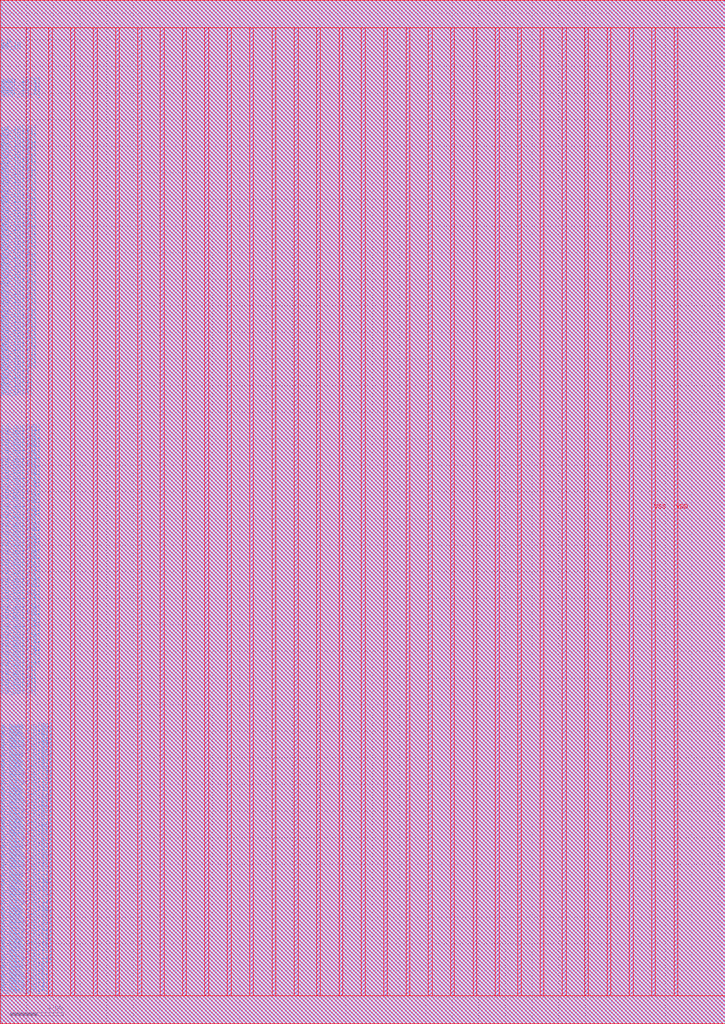
<source format=lef>
VERSION 5.7 ;
BUSBITCHARS "[]" ;
MACRO fakeram45_64x96
  FOREIGN fakeram45_64x96 0 0 ;
  SYMMETRY X Y R90 ;
  SIZE 54.530 BY 77.000 ;
  CLASS BLOCK ;
  PIN w_mask_in[0]
    DIRECTION INPUT ;
    USE SIGNAL ;
    SHAPE ABUTMENT ;
    PORT
      LAYER metal3 ;
      RECT 0.000 2.065 0.070 2.135 ;
    END
  END w_mask_in[0]
  PIN w_mask_in[1]
    DIRECTION INPUT ;
    USE SIGNAL ;
    SHAPE ABUTMENT ;
    PORT
      LAYER metal3 ;
      RECT 0.000 2.275 0.070 2.345 ;
    END
  END w_mask_in[1]
  PIN w_mask_in[2]
    DIRECTION INPUT ;
    USE SIGNAL ;
    SHAPE ABUTMENT ;
    PORT
      LAYER metal3 ;
      RECT 0.000 2.485 0.070 2.555 ;
    END
  END w_mask_in[2]
  PIN w_mask_in[3]
    DIRECTION INPUT ;
    USE SIGNAL ;
    SHAPE ABUTMENT ;
    PORT
      LAYER metal3 ;
      RECT 0.000 2.695 0.070 2.765 ;
    END
  END w_mask_in[3]
  PIN w_mask_in[4]
    DIRECTION INPUT ;
    USE SIGNAL ;
    SHAPE ABUTMENT ;
    PORT
      LAYER metal3 ;
      RECT 0.000 2.905 0.070 2.975 ;
    END
  END w_mask_in[4]
  PIN w_mask_in[5]
    DIRECTION INPUT ;
    USE SIGNAL ;
    SHAPE ABUTMENT ;
    PORT
      LAYER metal3 ;
      RECT 0.000 3.115 0.070 3.185 ;
    END
  END w_mask_in[5]
  PIN w_mask_in[6]
    DIRECTION INPUT ;
    USE SIGNAL ;
    SHAPE ABUTMENT ;
    PORT
      LAYER metal3 ;
      RECT 0.000 3.325 0.070 3.395 ;
    END
  END w_mask_in[6]
  PIN w_mask_in[7]
    DIRECTION INPUT ;
    USE SIGNAL ;
    SHAPE ABUTMENT ;
    PORT
      LAYER metal3 ;
      RECT 0.000 3.535 0.070 3.605 ;
    END
  END w_mask_in[7]
  PIN w_mask_in[8]
    DIRECTION INPUT ;
    USE SIGNAL ;
    SHAPE ABUTMENT ;
    PORT
      LAYER metal3 ;
      RECT 0.000 3.745 0.070 3.815 ;
    END
  END w_mask_in[8]
  PIN w_mask_in[9]
    DIRECTION INPUT ;
    USE SIGNAL ;
    SHAPE ABUTMENT ;
    PORT
      LAYER metal3 ;
      RECT 0.000 3.955 0.070 4.025 ;
    END
  END w_mask_in[9]
  PIN w_mask_in[10]
    DIRECTION INPUT ;
    USE SIGNAL ;
    SHAPE ABUTMENT ;
    PORT
      LAYER metal3 ;
      RECT 0.000 4.165 0.070 4.235 ;
    END
  END w_mask_in[10]
  PIN w_mask_in[11]
    DIRECTION INPUT ;
    USE SIGNAL ;
    SHAPE ABUTMENT ;
    PORT
      LAYER metal3 ;
      RECT 0.000 4.375 0.070 4.445 ;
    END
  END w_mask_in[11]
  PIN w_mask_in[12]
    DIRECTION INPUT ;
    USE SIGNAL ;
    SHAPE ABUTMENT ;
    PORT
      LAYER metal3 ;
      RECT 0.000 4.585 0.070 4.655 ;
    END
  END w_mask_in[12]
  PIN w_mask_in[13]
    DIRECTION INPUT ;
    USE SIGNAL ;
    SHAPE ABUTMENT ;
    PORT
      LAYER metal3 ;
      RECT 0.000 4.795 0.070 4.865 ;
    END
  END w_mask_in[13]
  PIN w_mask_in[14]
    DIRECTION INPUT ;
    USE SIGNAL ;
    SHAPE ABUTMENT ;
    PORT
      LAYER metal3 ;
      RECT 0.000 5.005 0.070 5.075 ;
    END
  END w_mask_in[14]
  PIN w_mask_in[15]
    DIRECTION INPUT ;
    USE SIGNAL ;
    SHAPE ABUTMENT ;
    PORT
      LAYER metal3 ;
      RECT 0.000 5.215 0.070 5.285 ;
    END
  END w_mask_in[15]
  PIN w_mask_in[16]
    DIRECTION INPUT ;
    USE SIGNAL ;
    SHAPE ABUTMENT ;
    PORT
      LAYER metal3 ;
      RECT 0.000 5.425 0.070 5.495 ;
    END
  END w_mask_in[16]
  PIN w_mask_in[17]
    DIRECTION INPUT ;
    USE SIGNAL ;
    SHAPE ABUTMENT ;
    PORT
      LAYER metal3 ;
      RECT 0.000 5.635 0.070 5.705 ;
    END
  END w_mask_in[17]
  PIN w_mask_in[18]
    DIRECTION INPUT ;
    USE SIGNAL ;
    SHAPE ABUTMENT ;
    PORT
      LAYER metal3 ;
      RECT 0.000 5.845 0.070 5.915 ;
    END
  END w_mask_in[18]
  PIN w_mask_in[19]
    DIRECTION INPUT ;
    USE SIGNAL ;
    SHAPE ABUTMENT ;
    PORT
      LAYER metal3 ;
      RECT 0.000 6.055 0.070 6.125 ;
    END
  END w_mask_in[19]
  PIN w_mask_in[20]
    DIRECTION INPUT ;
    USE SIGNAL ;
    SHAPE ABUTMENT ;
    PORT
      LAYER metal3 ;
      RECT 0.000 6.265 0.070 6.335 ;
    END
  END w_mask_in[20]
  PIN w_mask_in[21]
    DIRECTION INPUT ;
    USE SIGNAL ;
    SHAPE ABUTMENT ;
    PORT
      LAYER metal3 ;
      RECT 0.000 6.475 0.070 6.545 ;
    END
  END w_mask_in[21]
  PIN w_mask_in[22]
    DIRECTION INPUT ;
    USE SIGNAL ;
    SHAPE ABUTMENT ;
    PORT
      LAYER metal3 ;
      RECT 0.000 6.685 0.070 6.755 ;
    END
  END w_mask_in[22]
  PIN w_mask_in[23]
    DIRECTION INPUT ;
    USE SIGNAL ;
    SHAPE ABUTMENT ;
    PORT
      LAYER metal3 ;
      RECT 0.000 6.895 0.070 6.965 ;
    END
  END w_mask_in[23]
  PIN w_mask_in[24]
    DIRECTION INPUT ;
    USE SIGNAL ;
    SHAPE ABUTMENT ;
    PORT
      LAYER metal3 ;
      RECT 0.000 7.105 0.070 7.175 ;
    END
  END w_mask_in[24]
  PIN w_mask_in[25]
    DIRECTION INPUT ;
    USE SIGNAL ;
    SHAPE ABUTMENT ;
    PORT
      LAYER metal3 ;
      RECT 0.000 7.315 0.070 7.385 ;
    END
  END w_mask_in[25]
  PIN w_mask_in[26]
    DIRECTION INPUT ;
    USE SIGNAL ;
    SHAPE ABUTMENT ;
    PORT
      LAYER metal3 ;
      RECT 0.000 7.525 0.070 7.595 ;
    END
  END w_mask_in[26]
  PIN w_mask_in[27]
    DIRECTION INPUT ;
    USE SIGNAL ;
    SHAPE ABUTMENT ;
    PORT
      LAYER metal3 ;
      RECT 0.000 7.735 0.070 7.805 ;
    END
  END w_mask_in[27]
  PIN w_mask_in[28]
    DIRECTION INPUT ;
    USE SIGNAL ;
    SHAPE ABUTMENT ;
    PORT
      LAYER metal3 ;
      RECT 0.000 7.945 0.070 8.015 ;
    END
  END w_mask_in[28]
  PIN w_mask_in[29]
    DIRECTION INPUT ;
    USE SIGNAL ;
    SHAPE ABUTMENT ;
    PORT
      LAYER metal3 ;
      RECT 0.000 8.155 0.070 8.225 ;
    END
  END w_mask_in[29]
  PIN w_mask_in[30]
    DIRECTION INPUT ;
    USE SIGNAL ;
    SHAPE ABUTMENT ;
    PORT
      LAYER metal3 ;
      RECT 0.000 8.365 0.070 8.435 ;
    END
  END w_mask_in[30]
  PIN w_mask_in[31]
    DIRECTION INPUT ;
    USE SIGNAL ;
    SHAPE ABUTMENT ;
    PORT
      LAYER metal3 ;
      RECT 0.000 8.575 0.070 8.645 ;
    END
  END w_mask_in[31]
  PIN w_mask_in[32]
    DIRECTION INPUT ;
    USE SIGNAL ;
    SHAPE ABUTMENT ;
    PORT
      LAYER metal3 ;
      RECT 0.000 8.785 0.070 8.855 ;
    END
  END w_mask_in[32]
  PIN w_mask_in[33]
    DIRECTION INPUT ;
    USE SIGNAL ;
    SHAPE ABUTMENT ;
    PORT
      LAYER metal3 ;
      RECT 0.000 8.995 0.070 9.065 ;
    END
  END w_mask_in[33]
  PIN w_mask_in[34]
    DIRECTION INPUT ;
    USE SIGNAL ;
    SHAPE ABUTMENT ;
    PORT
      LAYER metal3 ;
      RECT 0.000 9.205 0.070 9.275 ;
    END
  END w_mask_in[34]
  PIN w_mask_in[35]
    DIRECTION INPUT ;
    USE SIGNAL ;
    SHAPE ABUTMENT ;
    PORT
      LAYER metal3 ;
      RECT 0.000 9.415 0.070 9.485 ;
    END
  END w_mask_in[35]
  PIN w_mask_in[36]
    DIRECTION INPUT ;
    USE SIGNAL ;
    SHAPE ABUTMENT ;
    PORT
      LAYER metal3 ;
      RECT 0.000 9.625 0.070 9.695 ;
    END
  END w_mask_in[36]
  PIN w_mask_in[37]
    DIRECTION INPUT ;
    USE SIGNAL ;
    SHAPE ABUTMENT ;
    PORT
      LAYER metal3 ;
      RECT 0.000 9.835 0.070 9.905 ;
    END
  END w_mask_in[37]
  PIN w_mask_in[38]
    DIRECTION INPUT ;
    USE SIGNAL ;
    SHAPE ABUTMENT ;
    PORT
      LAYER metal3 ;
      RECT 0.000 10.045 0.070 10.115 ;
    END
  END w_mask_in[38]
  PIN w_mask_in[39]
    DIRECTION INPUT ;
    USE SIGNAL ;
    SHAPE ABUTMENT ;
    PORT
      LAYER metal3 ;
      RECT 0.000 10.255 0.070 10.325 ;
    END
  END w_mask_in[39]
  PIN w_mask_in[40]
    DIRECTION INPUT ;
    USE SIGNAL ;
    SHAPE ABUTMENT ;
    PORT
      LAYER metal3 ;
      RECT 0.000 10.465 0.070 10.535 ;
    END
  END w_mask_in[40]
  PIN w_mask_in[41]
    DIRECTION INPUT ;
    USE SIGNAL ;
    SHAPE ABUTMENT ;
    PORT
      LAYER metal3 ;
      RECT 0.000 10.675 0.070 10.745 ;
    END
  END w_mask_in[41]
  PIN w_mask_in[42]
    DIRECTION INPUT ;
    USE SIGNAL ;
    SHAPE ABUTMENT ;
    PORT
      LAYER metal3 ;
      RECT 0.000 10.885 0.070 10.955 ;
    END
  END w_mask_in[42]
  PIN w_mask_in[43]
    DIRECTION INPUT ;
    USE SIGNAL ;
    SHAPE ABUTMENT ;
    PORT
      LAYER metal3 ;
      RECT 0.000 11.095 0.070 11.165 ;
    END
  END w_mask_in[43]
  PIN w_mask_in[44]
    DIRECTION INPUT ;
    USE SIGNAL ;
    SHAPE ABUTMENT ;
    PORT
      LAYER metal3 ;
      RECT 0.000 11.305 0.070 11.375 ;
    END
  END w_mask_in[44]
  PIN w_mask_in[45]
    DIRECTION INPUT ;
    USE SIGNAL ;
    SHAPE ABUTMENT ;
    PORT
      LAYER metal3 ;
      RECT 0.000 11.515 0.070 11.585 ;
    END
  END w_mask_in[45]
  PIN w_mask_in[46]
    DIRECTION INPUT ;
    USE SIGNAL ;
    SHAPE ABUTMENT ;
    PORT
      LAYER metal3 ;
      RECT 0.000 11.725 0.070 11.795 ;
    END
  END w_mask_in[46]
  PIN w_mask_in[47]
    DIRECTION INPUT ;
    USE SIGNAL ;
    SHAPE ABUTMENT ;
    PORT
      LAYER metal3 ;
      RECT 0.000 11.935 0.070 12.005 ;
    END
  END w_mask_in[47]
  PIN w_mask_in[48]
    DIRECTION INPUT ;
    USE SIGNAL ;
    SHAPE ABUTMENT ;
    PORT
      LAYER metal3 ;
      RECT 0.000 12.145 0.070 12.215 ;
    END
  END w_mask_in[48]
  PIN w_mask_in[49]
    DIRECTION INPUT ;
    USE SIGNAL ;
    SHAPE ABUTMENT ;
    PORT
      LAYER metal3 ;
      RECT 0.000 12.355 0.070 12.425 ;
    END
  END w_mask_in[49]
  PIN w_mask_in[50]
    DIRECTION INPUT ;
    USE SIGNAL ;
    SHAPE ABUTMENT ;
    PORT
      LAYER metal3 ;
      RECT 0.000 12.565 0.070 12.635 ;
    END
  END w_mask_in[50]
  PIN w_mask_in[51]
    DIRECTION INPUT ;
    USE SIGNAL ;
    SHAPE ABUTMENT ;
    PORT
      LAYER metal3 ;
      RECT 0.000 12.775 0.070 12.845 ;
    END
  END w_mask_in[51]
  PIN w_mask_in[52]
    DIRECTION INPUT ;
    USE SIGNAL ;
    SHAPE ABUTMENT ;
    PORT
      LAYER metal3 ;
      RECT 0.000 12.985 0.070 13.055 ;
    END
  END w_mask_in[52]
  PIN w_mask_in[53]
    DIRECTION INPUT ;
    USE SIGNAL ;
    SHAPE ABUTMENT ;
    PORT
      LAYER metal3 ;
      RECT 0.000 13.195 0.070 13.265 ;
    END
  END w_mask_in[53]
  PIN w_mask_in[54]
    DIRECTION INPUT ;
    USE SIGNAL ;
    SHAPE ABUTMENT ;
    PORT
      LAYER metal3 ;
      RECT 0.000 13.405 0.070 13.475 ;
    END
  END w_mask_in[54]
  PIN w_mask_in[55]
    DIRECTION INPUT ;
    USE SIGNAL ;
    SHAPE ABUTMENT ;
    PORT
      LAYER metal3 ;
      RECT 0.000 13.615 0.070 13.685 ;
    END
  END w_mask_in[55]
  PIN w_mask_in[56]
    DIRECTION INPUT ;
    USE SIGNAL ;
    SHAPE ABUTMENT ;
    PORT
      LAYER metal3 ;
      RECT 0.000 13.825 0.070 13.895 ;
    END
  END w_mask_in[56]
  PIN w_mask_in[57]
    DIRECTION INPUT ;
    USE SIGNAL ;
    SHAPE ABUTMENT ;
    PORT
      LAYER metal3 ;
      RECT 0.000 14.035 0.070 14.105 ;
    END
  END w_mask_in[57]
  PIN w_mask_in[58]
    DIRECTION INPUT ;
    USE SIGNAL ;
    SHAPE ABUTMENT ;
    PORT
      LAYER metal3 ;
      RECT 0.000 14.245 0.070 14.315 ;
    END
  END w_mask_in[58]
  PIN w_mask_in[59]
    DIRECTION INPUT ;
    USE SIGNAL ;
    SHAPE ABUTMENT ;
    PORT
      LAYER metal3 ;
      RECT 0.000 14.455 0.070 14.525 ;
    END
  END w_mask_in[59]
  PIN w_mask_in[60]
    DIRECTION INPUT ;
    USE SIGNAL ;
    SHAPE ABUTMENT ;
    PORT
      LAYER metal3 ;
      RECT 0.000 14.665 0.070 14.735 ;
    END
  END w_mask_in[60]
  PIN w_mask_in[61]
    DIRECTION INPUT ;
    USE SIGNAL ;
    SHAPE ABUTMENT ;
    PORT
      LAYER metal3 ;
      RECT 0.000 14.875 0.070 14.945 ;
    END
  END w_mask_in[61]
  PIN w_mask_in[62]
    DIRECTION INPUT ;
    USE SIGNAL ;
    SHAPE ABUTMENT ;
    PORT
      LAYER metal3 ;
      RECT 0.000 15.085 0.070 15.155 ;
    END
  END w_mask_in[62]
  PIN w_mask_in[63]
    DIRECTION INPUT ;
    USE SIGNAL ;
    SHAPE ABUTMENT ;
    PORT
      LAYER metal3 ;
      RECT 0.000 15.295 0.070 15.365 ;
    END
  END w_mask_in[63]
  PIN w_mask_in[64]
    DIRECTION INPUT ;
    USE SIGNAL ;
    SHAPE ABUTMENT ;
    PORT
      LAYER metal3 ;
      RECT 0.000 15.505 0.070 15.575 ;
    END
  END w_mask_in[64]
  PIN w_mask_in[65]
    DIRECTION INPUT ;
    USE SIGNAL ;
    SHAPE ABUTMENT ;
    PORT
      LAYER metal3 ;
      RECT 0.000 15.715 0.070 15.785 ;
    END
  END w_mask_in[65]
  PIN w_mask_in[66]
    DIRECTION INPUT ;
    USE SIGNAL ;
    SHAPE ABUTMENT ;
    PORT
      LAYER metal3 ;
      RECT 0.000 15.925 0.070 15.995 ;
    END
  END w_mask_in[66]
  PIN w_mask_in[67]
    DIRECTION INPUT ;
    USE SIGNAL ;
    SHAPE ABUTMENT ;
    PORT
      LAYER metal3 ;
      RECT 0.000 16.135 0.070 16.205 ;
    END
  END w_mask_in[67]
  PIN w_mask_in[68]
    DIRECTION INPUT ;
    USE SIGNAL ;
    SHAPE ABUTMENT ;
    PORT
      LAYER metal3 ;
      RECT 0.000 16.345 0.070 16.415 ;
    END
  END w_mask_in[68]
  PIN w_mask_in[69]
    DIRECTION INPUT ;
    USE SIGNAL ;
    SHAPE ABUTMENT ;
    PORT
      LAYER metal3 ;
      RECT 0.000 16.555 0.070 16.625 ;
    END
  END w_mask_in[69]
  PIN w_mask_in[70]
    DIRECTION INPUT ;
    USE SIGNAL ;
    SHAPE ABUTMENT ;
    PORT
      LAYER metal3 ;
      RECT 0.000 16.765 0.070 16.835 ;
    END
  END w_mask_in[70]
  PIN w_mask_in[71]
    DIRECTION INPUT ;
    USE SIGNAL ;
    SHAPE ABUTMENT ;
    PORT
      LAYER metal3 ;
      RECT 0.000 16.975 0.070 17.045 ;
    END
  END w_mask_in[71]
  PIN w_mask_in[72]
    DIRECTION INPUT ;
    USE SIGNAL ;
    SHAPE ABUTMENT ;
    PORT
      LAYER metal3 ;
      RECT 0.000 17.185 0.070 17.255 ;
    END
  END w_mask_in[72]
  PIN w_mask_in[73]
    DIRECTION INPUT ;
    USE SIGNAL ;
    SHAPE ABUTMENT ;
    PORT
      LAYER metal3 ;
      RECT 0.000 17.395 0.070 17.465 ;
    END
  END w_mask_in[73]
  PIN w_mask_in[74]
    DIRECTION INPUT ;
    USE SIGNAL ;
    SHAPE ABUTMENT ;
    PORT
      LAYER metal3 ;
      RECT 0.000 17.605 0.070 17.675 ;
    END
  END w_mask_in[74]
  PIN w_mask_in[75]
    DIRECTION INPUT ;
    USE SIGNAL ;
    SHAPE ABUTMENT ;
    PORT
      LAYER metal3 ;
      RECT 0.000 17.815 0.070 17.885 ;
    END
  END w_mask_in[75]
  PIN w_mask_in[76]
    DIRECTION INPUT ;
    USE SIGNAL ;
    SHAPE ABUTMENT ;
    PORT
      LAYER metal3 ;
      RECT 0.000 18.025 0.070 18.095 ;
    END
  END w_mask_in[76]
  PIN w_mask_in[77]
    DIRECTION INPUT ;
    USE SIGNAL ;
    SHAPE ABUTMENT ;
    PORT
      LAYER metal3 ;
      RECT 0.000 18.235 0.070 18.305 ;
    END
  END w_mask_in[77]
  PIN w_mask_in[78]
    DIRECTION INPUT ;
    USE SIGNAL ;
    SHAPE ABUTMENT ;
    PORT
      LAYER metal3 ;
      RECT 0.000 18.445 0.070 18.515 ;
    END
  END w_mask_in[78]
  PIN w_mask_in[79]
    DIRECTION INPUT ;
    USE SIGNAL ;
    SHAPE ABUTMENT ;
    PORT
      LAYER metal3 ;
      RECT 0.000 18.655 0.070 18.725 ;
    END
  END w_mask_in[79]
  PIN w_mask_in[80]
    DIRECTION INPUT ;
    USE SIGNAL ;
    SHAPE ABUTMENT ;
    PORT
      LAYER metal3 ;
      RECT 0.000 18.865 0.070 18.935 ;
    END
  END w_mask_in[80]
  PIN w_mask_in[81]
    DIRECTION INPUT ;
    USE SIGNAL ;
    SHAPE ABUTMENT ;
    PORT
      LAYER metal3 ;
      RECT 0.000 19.075 0.070 19.145 ;
    END
  END w_mask_in[81]
  PIN w_mask_in[82]
    DIRECTION INPUT ;
    USE SIGNAL ;
    SHAPE ABUTMENT ;
    PORT
      LAYER metal3 ;
      RECT 0.000 19.285 0.070 19.355 ;
    END
  END w_mask_in[82]
  PIN w_mask_in[83]
    DIRECTION INPUT ;
    USE SIGNAL ;
    SHAPE ABUTMENT ;
    PORT
      LAYER metal3 ;
      RECT 0.000 19.495 0.070 19.565 ;
    END
  END w_mask_in[83]
  PIN w_mask_in[84]
    DIRECTION INPUT ;
    USE SIGNAL ;
    SHAPE ABUTMENT ;
    PORT
      LAYER metal3 ;
      RECT 0.000 19.705 0.070 19.775 ;
    END
  END w_mask_in[84]
  PIN w_mask_in[85]
    DIRECTION INPUT ;
    USE SIGNAL ;
    SHAPE ABUTMENT ;
    PORT
      LAYER metal3 ;
      RECT 0.000 19.915 0.070 19.985 ;
    END
  END w_mask_in[85]
  PIN w_mask_in[86]
    DIRECTION INPUT ;
    USE SIGNAL ;
    SHAPE ABUTMENT ;
    PORT
      LAYER metal3 ;
      RECT 0.000 20.125 0.070 20.195 ;
    END
  END w_mask_in[86]
  PIN w_mask_in[87]
    DIRECTION INPUT ;
    USE SIGNAL ;
    SHAPE ABUTMENT ;
    PORT
      LAYER metal3 ;
      RECT 0.000 20.335 0.070 20.405 ;
    END
  END w_mask_in[87]
  PIN w_mask_in[88]
    DIRECTION INPUT ;
    USE SIGNAL ;
    SHAPE ABUTMENT ;
    PORT
      LAYER metal3 ;
      RECT 0.000 20.545 0.070 20.615 ;
    END
  END w_mask_in[88]
  PIN w_mask_in[89]
    DIRECTION INPUT ;
    USE SIGNAL ;
    SHAPE ABUTMENT ;
    PORT
      LAYER metal3 ;
      RECT 0.000 20.755 0.070 20.825 ;
    END
  END w_mask_in[89]
  PIN w_mask_in[90]
    DIRECTION INPUT ;
    USE SIGNAL ;
    SHAPE ABUTMENT ;
    PORT
      LAYER metal3 ;
      RECT 0.000 20.965 0.070 21.035 ;
    END
  END w_mask_in[90]
  PIN w_mask_in[91]
    DIRECTION INPUT ;
    USE SIGNAL ;
    SHAPE ABUTMENT ;
    PORT
      LAYER metal3 ;
      RECT 0.000 21.175 0.070 21.245 ;
    END
  END w_mask_in[91]
  PIN w_mask_in[92]
    DIRECTION INPUT ;
    USE SIGNAL ;
    SHAPE ABUTMENT ;
    PORT
      LAYER metal3 ;
      RECT 0.000 21.385 0.070 21.455 ;
    END
  END w_mask_in[92]
  PIN w_mask_in[93]
    DIRECTION INPUT ;
    USE SIGNAL ;
    SHAPE ABUTMENT ;
    PORT
      LAYER metal3 ;
      RECT 0.000 21.595 0.070 21.665 ;
    END
  END w_mask_in[93]
  PIN w_mask_in[94]
    DIRECTION INPUT ;
    USE SIGNAL ;
    SHAPE ABUTMENT ;
    PORT
      LAYER metal3 ;
      RECT 0.000 21.805 0.070 21.875 ;
    END
  END w_mask_in[94]
  PIN w_mask_in[95]
    DIRECTION INPUT ;
    USE SIGNAL ;
    SHAPE ABUTMENT ;
    PORT
      LAYER metal3 ;
      RECT 0.000 22.015 0.070 22.085 ;
    END
  END w_mask_in[95]
  PIN rd_out[0]
    DIRECTION OUTPUT ;
    USE SIGNAL ;
    SHAPE ABUTMENT ;
    PORT
      LAYER metal3 ;
      RECT 0.000 24.535 0.070 24.605 ;
    END
  END rd_out[0]
  PIN rd_out[1]
    DIRECTION OUTPUT ;
    USE SIGNAL ;
    SHAPE ABUTMENT ;
    PORT
      LAYER metal3 ;
      RECT 0.000 24.745 0.070 24.815 ;
    END
  END rd_out[1]
  PIN rd_out[2]
    DIRECTION OUTPUT ;
    USE SIGNAL ;
    SHAPE ABUTMENT ;
    PORT
      LAYER metal3 ;
      RECT 0.000 24.955 0.070 25.025 ;
    END
  END rd_out[2]
  PIN rd_out[3]
    DIRECTION OUTPUT ;
    USE SIGNAL ;
    SHAPE ABUTMENT ;
    PORT
      LAYER metal3 ;
      RECT 0.000 25.165 0.070 25.235 ;
    END
  END rd_out[3]
  PIN rd_out[4]
    DIRECTION OUTPUT ;
    USE SIGNAL ;
    SHAPE ABUTMENT ;
    PORT
      LAYER metal3 ;
      RECT 0.000 25.375 0.070 25.445 ;
    END
  END rd_out[4]
  PIN rd_out[5]
    DIRECTION OUTPUT ;
    USE SIGNAL ;
    SHAPE ABUTMENT ;
    PORT
      LAYER metal3 ;
      RECT 0.000 25.585 0.070 25.655 ;
    END
  END rd_out[5]
  PIN rd_out[6]
    DIRECTION OUTPUT ;
    USE SIGNAL ;
    SHAPE ABUTMENT ;
    PORT
      LAYER metal3 ;
      RECT 0.000 25.795 0.070 25.865 ;
    END
  END rd_out[6]
  PIN rd_out[7]
    DIRECTION OUTPUT ;
    USE SIGNAL ;
    SHAPE ABUTMENT ;
    PORT
      LAYER metal3 ;
      RECT 0.000 26.005 0.070 26.075 ;
    END
  END rd_out[7]
  PIN rd_out[8]
    DIRECTION OUTPUT ;
    USE SIGNAL ;
    SHAPE ABUTMENT ;
    PORT
      LAYER metal3 ;
      RECT 0.000 26.215 0.070 26.285 ;
    END
  END rd_out[8]
  PIN rd_out[9]
    DIRECTION OUTPUT ;
    USE SIGNAL ;
    SHAPE ABUTMENT ;
    PORT
      LAYER metal3 ;
      RECT 0.000 26.425 0.070 26.495 ;
    END
  END rd_out[9]
  PIN rd_out[10]
    DIRECTION OUTPUT ;
    USE SIGNAL ;
    SHAPE ABUTMENT ;
    PORT
      LAYER metal3 ;
      RECT 0.000 26.635 0.070 26.705 ;
    END
  END rd_out[10]
  PIN rd_out[11]
    DIRECTION OUTPUT ;
    USE SIGNAL ;
    SHAPE ABUTMENT ;
    PORT
      LAYER metal3 ;
      RECT 0.000 26.845 0.070 26.915 ;
    END
  END rd_out[11]
  PIN rd_out[12]
    DIRECTION OUTPUT ;
    USE SIGNAL ;
    SHAPE ABUTMENT ;
    PORT
      LAYER metal3 ;
      RECT 0.000 27.055 0.070 27.125 ;
    END
  END rd_out[12]
  PIN rd_out[13]
    DIRECTION OUTPUT ;
    USE SIGNAL ;
    SHAPE ABUTMENT ;
    PORT
      LAYER metal3 ;
      RECT 0.000 27.265 0.070 27.335 ;
    END
  END rd_out[13]
  PIN rd_out[14]
    DIRECTION OUTPUT ;
    USE SIGNAL ;
    SHAPE ABUTMENT ;
    PORT
      LAYER metal3 ;
      RECT 0.000 27.475 0.070 27.545 ;
    END
  END rd_out[14]
  PIN rd_out[15]
    DIRECTION OUTPUT ;
    USE SIGNAL ;
    SHAPE ABUTMENT ;
    PORT
      LAYER metal3 ;
      RECT 0.000 27.685 0.070 27.755 ;
    END
  END rd_out[15]
  PIN rd_out[16]
    DIRECTION OUTPUT ;
    USE SIGNAL ;
    SHAPE ABUTMENT ;
    PORT
      LAYER metal3 ;
      RECT 0.000 27.895 0.070 27.965 ;
    END
  END rd_out[16]
  PIN rd_out[17]
    DIRECTION OUTPUT ;
    USE SIGNAL ;
    SHAPE ABUTMENT ;
    PORT
      LAYER metal3 ;
      RECT 0.000 28.105 0.070 28.175 ;
    END
  END rd_out[17]
  PIN rd_out[18]
    DIRECTION OUTPUT ;
    USE SIGNAL ;
    SHAPE ABUTMENT ;
    PORT
      LAYER metal3 ;
      RECT 0.000 28.315 0.070 28.385 ;
    END
  END rd_out[18]
  PIN rd_out[19]
    DIRECTION OUTPUT ;
    USE SIGNAL ;
    SHAPE ABUTMENT ;
    PORT
      LAYER metal3 ;
      RECT 0.000 28.525 0.070 28.595 ;
    END
  END rd_out[19]
  PIN rd_out[20]
    DIRECTION OUTPUT ;
    USE SIGNAL ;
    SHAPE ABUTMENT ;
    PORT
      LAYER metal3 ;
      RECT 0.000 28.735 0.070 28.805 ;
    END
  END rd_out[20]
  PIN rd_out[21]
    DIRECTION OUTPUT ;
    USE SIGNAL ;
    SHAPE ABUTMENT ;
    PORT
      LAYER metal3 ;
      RECT 0.000 28.945 0.070 29.015 ;
    END
  END rd_out[21]
  PIN rd_out[22]
    DIRECTION OUTPUT ;
    USE SIGNAL ;
    SHAPE ABUTMENT ;
    PORT
      LAYER metal3 ;
      RECT 0.000 29.155 0.070 29.225 ;
    END
  END rd_out[22]
  PIN rd_out[23]
    DIRECTION OUTPUT ;
    USE SIGNAL ;
    SHAPE ABUTMENT ;
    PORT
      LAYER metal3 ;
      RECT 0.000 29.365 0.070 29.435 ;
    END
  END rd_out[23]
  PIN rd_out[24]
    DIRECTION OUTPUT ;
    USE SIGNAL ;
    SHAPE ABUTMENT ;
    PORT
      LAYER metal3 ;
      RECT 0.000 29.575 0.070 29.645 ;
    END
  END rd_out[24]
  PIN rd_out[25]
    DIRECTION OUTPUT ;
    USE SIGNAL ;
    SHAPE ABUTMENT ;
    PORT
      LAYER metal3 ;
      RECT 0.000 29.785 0.070 29.855 ;
    END
  END rd_out[25]
  PIN rd_out[26]
    DIRECTION OUTPUT ;
    USE SIGNAL ;
    SHAPE ABUTMENT ;
    PORT
      LAYER metal3 ;
      RECT 0.000 29.995 0.070 30.065 ;
    END
  END rd_out[26]
  PIN rd_out[27]
    DIRECTION OUTPUT ;
    USE SIGNAL ;
    SHAPE ABUTMENT ;
    PORT
      LAYER metal3 ;
      RECT 0.000 30.205 0.070 30.275 ;
    END
  END rd_out[27]
  PIN rd_out[28]
    DIRECTION OUTPUT ;
    USE SIGNAL ;
    SHAPE ABUTMENT ;
    PORT
      LAYER metal3 ;
      RECT 0.000 30.415 0.070 30.485 ;
    END
  END rd_out[28]
  PIN rd_out[29]
    DIRECTION OUTPUT ;
    USE SIGNAL ;
    SHAPE ABUTMENT ;
    PORT
      LAYER metal3 ;
      RECT 0.000 30.625 0.070 30.695 ;
    END
  END rd_out[29]
  PIN rd_out[30]
    DIRECTION OUTPUT ;
    USE SIGNAL ;
    SHAPE ABUTMENT ;
    PORT
      LAYER metal3 ;
      RECT 0.000 30.835 0.070 30.905 ;
    END
  END rd_out[30]
  PIN rd_out[31]
    DIRECTION OUTPUT ;
    USE SIGNAL ;
    SHAPE ABUTMENT ;
    PORT
      LAYER metal3 ;
      RECT 0.000 31.045 0.070 31.115 ;
    END
  END rd_out[31]
  PIN rd_out[32]
    DIRECTION OUTPUT ;
    USE SIGNAL ;
    SHAPE ABUTMENT ;
    PORT
      LAYER metal3 ;
      RECT 0.000 31.255 0.070 31.325 ;
    END
  END rd_out[32]
  PIN rd_out[33]
    DIRECTION OUTPUT ;
    USE SIGNAL ;
    SHAPE ABUTMENT ;
    PORT
      LAYER metal3 ;
      RECT 0.000 31.465 0.070 31.535 ;
    END
  END rd_out[33]
  PIN rd_out[34]
    DIRECTION OUTPUT ;
    USE SIGNAL ;
    SHAPE ABUTMENT ;
    PORT
      LAYER metal3 ;
      RECT 0.000 31.675 0.070 31.745 ;
    END
  END rd_out[34]
  PIN rd_out[35]
    DIRECTION OUTPUT ;
    USE SIGNAL ;
    SHAPE ABUTMENT ;
    PORT
      LAYER metal3 ;
      RECT 0.000 31.885 0.070 31.955 ;
    END
  END rd_out[35]
  PIN rd_out[36]
    DIRECTION OUTPUT ;
    USE SIGNAL ;
    SHAPE ABUTMENT ;
    PORT
      LAYER metal3 ;
      RECT 0.000 32.095 0.070 32.165 ;
    END
  END rd_out[36]
  PIN rd_out[37]
    DIRECTION OUTPUT ;
    USE SIGNAL ;
    SHAPE ABUTMENT ;
    PORT
      LAYER metal3 ;
      RECT 0.000 32.305 0.070 32.375 ;
    END
  END rd_out[37]
  PIN rd_out[38]
    DIRECTION OUTPUT ;
    USE SIGNAL ;
    SHAPE ABUTMENT ;
    PORT
      LAYER metal3 ;
      RECT 0.000 32.515 0.070 32.585 ;
    END
  END rd_out[38]
  PIN rd_out[39]
    DIRECTION OUTPUT ;
    USE SIGNAL ;
    SHAPE ABUTMENT ;
    PORT
      LAYER metal3 ;
      RECT 0.000 32.725 0.070 32.795 ;
    END
  END rd_out[39]
  PIN rd_out[40]
    DIRECTION OUTPUT ;
    USE SIGNAL ;
    SHAPE ABUTMENT ;
    PORT
      LAYER metal3 ;
      RECT 0.000 32.935 0.070 33.005 ;
    END
  END rd_out[40]
  PIN rd_out[41]
    DIRECTION OUTPUT ;
    USE SIGNAL ;
    SHAPE ABUTMENT ;
    PORT
      LAYER metal3 ;
      RECT 0.000 33.145 0.070 33.215 ;
    END
  END rd_out[41]
  PIN rd_out[42]
    DIRECTION OUTPUT ;
    USE SIGNAL ;
    SHAPE ABUTMENT ;
    PORT
      LAYER metal3 ;
      RECT 0.000 33.355 0.070 33.425 ;
    END
  END rd_out[42]
  PIN rd_out[43]
    DIRECTION OUTPUT ;
    USE SIGNAL ;
    SHAPE ABUTMENT ;
    PORT
      LAYER metal3 ;
      RECT 0.000 33.565 0.070 33.635 ;
    END
  END rd_out[43]
  PIN rd_out[44]
    DIRECTION OUTPUT ;
    USE SIGNAL ;
    SHAPE ABUTMENT ;
    PORT
      LAYER metal3 ;
      RECT 0.000 33.775 0.070 33.845 ;
    END
  END rd_out[44]
  PIN rd_out[45]
    DIRECTION OUTPUT ;
    USE SIGNAL ;
    SHAPE ABUTMENT ;
    PORT
      LAYER metal3 ;
      RECT 0.000 33.985 0.070 34.055 ;
    END
  END rd_out[45]
  PIN rd_out[46]
    DIRECTION OUTPUT ;
    USE SIGNAL ;
    SHAPE ABUTMENT ;
    PORT
      LAYER metal3 ;
      RECT 0.000 34.195 0.070 34.265 ;
    END
  END rd_out[46]
  PIN rd_out[47]
    DIRECTION OUTPUT ;
    USE SIGNAL ;
    SHAPE ABUTMENT ;
    PORT
      LAYER metal3 ;
      RECT 0.000 34.405 0.070 34.475 ;
    END
  END rd_out[47]
  PIN rd_out[48]
    DIRECTION OUTPUT ;
    USE SIGNAL ;
    SHAPE ABUTMENT ;
    PORT
      LAYER metal3 ;
      RECT 0.000 34.615 0.070 34.685 ;
    END
  END rd_out[48]
  PIN rd_out[49]
    DIRECTION OUTPUT ;
    USE SIGNAL ;
    SHAPE ABUTMENT ;
    PORT
      LAYER metal3 ;
      RECT 0.000 34.825 0.070 34.895 ;
    END
  END rd_out[49]
  PIN rd_out[50]
    DIRECTION OUTPUT ;
    USE SIGNAL ;
    SHAPE ABUTMENT ;
    PORT
      LAYER metal3 ;
      RECT 0.000 35.035 0.070 35.105 ;
    END
  END rd_out[50]
  PIN rd_out[51]
    DIRECTION OUTPUT ;
    USE SIGNAL ;
    SHAPE ABUTMENT ;
    PORT
      LAYER metal3 ;
      RECT 0.000 35.245 0.070 35.315 ;
    END
  END rd_out[51]
  PIN rd_out[52]
    DIRECTION OUTPUT ;
    USE SIGNAL ;
    SHAPE ABUTMENT ;
    PORT
      LAYER metal3 ;
      RECT 0.000 35.455 0.070 35.525 ;
    END
  END rd_out[52]
  PIN rd_out[53]
    DIRECTION OUTPUT ;
    USE SIGNAL ;
    SHAPE ABUTMENT ;
    PORT
      LAYER metal3 ;
      RECT 0.000 35.665 0.070 35.735 ;
    END
  END rd_out[53]
  PIN rd_out[54]
    DIRECTION OUTPUT ;
    USE SIGNAL ;
    SHAPE ABUTMENT ;
    PORT
      LAYER metal3 ;
      RECT 0.000 35.875 0.070 35.945 ;
    END
  END rd_out[54]
  PIN rd_out[55]
    DIRECTION OUTPUT ;
    USE SIGNAL ;
    SHAPE ABUTMENT ;
    PORT
      LAYER metal3 ;
      RECT 0.000 36.085 0.070 36.155 ;
    END
  END rd_out[55]
  PIN rd_out[56]
    DIRECTION OUTPUT ;
    USE SIGNAL ;
    SHAPE ABUTMENT ;
    PORT
      LAYER metal3 ;
      RECT 0.000 36.295 0.070 36.365 ;
    END
  END rd_out[56]
  PIN rd_out[57]
    DIRECTION OUTPUT ;
    USE SIGNAL ;
    SHAPE ABUTMENT ;
    PORT
      LAYER metal3 ;
      RECT 0.000 36.505 0.070 36.575 ;
    END
  END rd_out[57]
  PIN rd_out[58]
    DIRECTION OUTPUT ;
    USE SIGNAL ;
    SHAPE ABUTMENT ;
    PORT
      LAYER metal3 ;
      RECT 0.000 36.715 0.070 36.785 ;
    END
  END rd_out[58]
  PIN rd_out[59]
    DIRECTION OUTPUT ;
    USE SIGNAL ;
    SHAPE ABUTMENT ;
    PORT
      LAYER metal3 ;
      RECT 0.000 36.925 0.070 36.995 ;
    END
  END rd_out[59]
  PIN rd_out[60]
    DIRECTION OUTPUT ;
    USE SIGNAL ;
    SHAPE ABUTMENT ;
    PORT
      LAYER metal3 ;
      RECT 0.000 37.135 0.070 37.205 ;
    END
  END rd_out[60]
  PIN rd_out[61]
    DIRECTION OUTPUT ;
    USE SIGNAL ;
    SHAPE ABUTMENT ;
    PORT
      LAYER metal3 ;
      RECT 0.000 37.345 0.070 37.415 ;
    END
  END rd_out[61]
  PIN rd_out[62]
    DIRECTION OUTPUT ;
    USE SIGNAL ;
    SHAPE ABUTMENT ;
    PORT
      LAYER metal3 ;
      RECT 0.000 37.555 0.070 37.625 ;
    END
  END rd_out[62]
  PIN rd_out[63]
    DIRECTION OUTPUT ;
    USE SIGNAL ;
    SHAPE ABUTMENT ;
    PORT
      LAYER metal3 ;
      RECT 0.000 37.765 0.070 37.835 ;
    END
  END rd_out[63]
  PIN rd_out[64]
    DIRECTION OUTPUT ;
    USE SIGNAL ;
    SHAPE ABUTMENT ;
    PORT
      LAYER metal3 ;
      RECT 0.000 37.975 0.070 38.045 ;
    END
  END rd_out[64]
  PIN rd_out[65]
    DIRECTION OUTPUT ;
    USE SIGNAL ;
    SHAPE ABUTMENT ;
    PORT
      LAYER metal3 ;
      RECT 0.000 38.185 0.070 38.255 ;
    END
  END rd_out[65]
  PIN rd_out[66]
    DIRECTION OUTPUT ;
    USE SIGNAL ;
    SHAPE ABUTMENT ;
    PORT
      LAYER metal3 ;
      RECT 0.000 38.395 0.070 38.465 ;
    END
  END rd_out[66]
  PIN rd_out[67]
    DIRECTION OUTPUT ;
    USE SIGNAL ;
    SHAPE ABUTMENT ;
    PORT
      LAYER metal3 ;
      RECT 0.000 38.605 0.070 38.675 ;
    END
  END rd_out[67]
  PIN rd_out[68]
    DIRECTION OUTPUT ;
    USE SIGNAL ;
    SHAPE ABUTMENT ;
    PORT
      LAYER metal3 ;
      RECT 0.000 38.815 0.070 38.885 ;
    END
  END rd_out[68]
  PIN rd_out[69]
    DIRECTION OUTPUT ;
    USE SIGNAL ;
    SHAPE ABUTMENT ;
    PORT
      LAYER metal3 ;
      RECT 0.000 39.025 0.070 39.095 ;
    END
  END rd_out[69]
  PIN rd_out[70]
    DIRECTION OUTPUT ;
    USE SIGNAL ;
    SHAPE ABUTMENT ;
    PORT
      LAYER metal3 ;
      RECT 0.000 39.235 0.070 39.305 ;
    END
  END rd_out[70]
  PIN rd_out[71]
    DIRECTION OUTPUT ;
    USE SIGNAL ;
    SHAPE ABUTMENT ;
    PORT
      LAYER metal3 ;
      RECT 0.000 39.445 0.070 39.515 ;
    END
  END rd_out[71]
  PIN rd_out[72]
    DIRECTION OUTPUT ;
    USE SIGNAL ;
    SHAPE ABUTMENT ;
    PORT
      LAYER metal3 ;
      RECT 0.000 39.655 0.070 39.725 ;
    END
  END rd_out[72]
  PIN rd_out[73]
    DIRECTION OUTPUT ;
    USE SIGNAL ;
    SHAPE ABUTMENT ;
    PORT
      LAYER metal3 ;
      RECT 0.000 39.865 0.070 39.935 ;
    END
  END rd_out[73]
  PIN rd_out[74]
    DIRECTION OUTPUT ;
    USE SIGNAL ;
    SHAPE ABUTMENT ;
    PORT
      LAYER metal3 ;
      RECT 0.000 40.075 0.070 40.145 ;
    END
  END rd_out[74]
  PIN rd_out[75]
    DIRECTION OUTPUT ;
    USE SIGNAL ;
    SHAPE ABUTMENT ;
    PORT
      LAYER metal3 ;
      RECT 0.000 40.285 0.070 40.355 ;
    END
  END rd_out[75]
  PIN rd_out[76]
    DIRECTION OUTPUT ;
    USE SIGNAL ;
    SHAPE ABUTMENT ;
    PORT
      LAYER metal3 ;
      RECT 0.000 40.495 0.070 40.565 ;
    END
  END rd_out[76]
  PIN rd_out[77]
    DIRECTION OUTPUT ;
    USE SIGNAL ;
    SHAPE ABUTMENT ;
    PORT
      LAYER metal3 ;
      RECT 0.000 40.705 0.070 40.775 ;
    END
  END rd_out[77]
  PIN rd_out[78]
    DIRECTION OUTPUT ;
    USE SIGNAL ;
    SHAPE ABUTMENT ;
    PORT
      LAYER metal3 ;
      RECT 0.000 40.915 0.070 40.985 ;
    END
  END rd_out[78]
  PIN rd_out[79]
    DIRECTION OUTPUT ;
    USE SIGNAL ;
    SHAPE ABUTMENT ;
    PORT
      LAYER metal3 ;
      RECT 0.000 41.125 0.070 41.195 ;
    END
  END rd_out[79]
  PIN rd_out[80]
    DIRECTION OUTPUT ;
    USE SIGNAL ;
    SHAPE ABUTMENT ;
    PORT
      LAYER metal3 ;
      RECT 0.000 41.335 0.070 41.405 ;
    END
  END rd_out[80]
  PIN rd_out[81]
    DIRECTION OUTPUT ;
    USE SIGNAL ;
    SHAPE ABUTMENT ;
    PORT
      LAYER metal3 ;
      RECT 0.000 41.545 0.070 41.615 ;
    END
  END rd_out[81]
  PIN rd_out[82]
    DIRECTION OUTPUT ;
    USE SIGNAL ;
    SHAPE ABUTMENT ;
    PORT
      LAYER metal3 ;
      RECT 0.000 41.755 0.070 41.825 ;
    END
  END rd_out[82]
  PIN rd_out[83]
    DIRECTION OUTPUT ;
    USE SIGNAL ;
    SHAPE ABUTMENT ;
    PORT
      LAYER metal3 ;
      RECT 0.000 41.965 0.070 42.035 ;
    END
  END rd_out[83]
  PIN rd_out[84]
    DIRECTION OUTPUT ;
    USE SIGNAL ;
    SHAPE ABUTMENT ;
    PORT
      LAYER metal3 ;
      RECT 0.000 42.175 0.070 42.245 ;
    END
  END rd_out[84]
  PIN rd_out[85]
    DIRECTION OUTPUT ;
    USE SIGNAL ;
    SHAPE ABUTMENT ;
    PORT
      LAYER metal3 ;
      RECT 0.000 42.385 0.070 42.455 ;
    END
  END rd_out[85]
  PIN rd_out[86]
    DIRECTION OUTPUT ;
    USE SIGNAL ;
    SHAPE ABUTMENT ;
    PORT
      LAYER metal3 ;
      RECT 0.000 42.595 0.070 42.665 ;
    END
  END rd_out[86]
  PIN rd_out[87]
    DIRECTION OUTPUT ;
    USE SIGNAL ;
    SHAPE ABUTMENT ;
    PORT
      LAYER metal3 ;
      RECT 0.000 42.805 0.070 42.875 ;
    END
  END rd_out[87]
  PIN rd_out[88]
    DIRECTION OUTPUT ;
    USE SIGNAL ;
    SHAPE ABUTMENT ;
    PORT
      LAYER metal3 ;
      RECT 0.000 43.015 0.070 43.085 ;
    END
  END rd_out[88]
  PIN rd_out[89]
    DIRECTION OUTPUT ;
    USE SIGNAL ;
    SHAPE ABUTMENT ;
    PORT
      LAYER metal3 ;
      RECT 0.000 43.225 0.070 43.295 ;
    END
  END rd_out[89]
  PIN rd_out[90]
    DIRECTION OUTPUT ;
    USE SIGNAL ;
    SHAPE ABUTMENT ;
    PORT
      LAYER metal3 ;
      RECT 0.000 43.435 0.070 43.505 ;
    END
  END rd_out[90]
  PIN rd_out[91]
    DIRECTION OUTPUT ;
    USE SIGNAL ;
    SHAPE ABUTMENT ;
    PORT
      LAYER metal3 ;
      RECT 0.000 43.645 0.070 43.715 ;
    END
  END rd_out[91]
  PIN rd_out[92]
    DIRECTION OUTPUT ;
    USE SIGNAL ;
    SHAPE ABUTMENT ;
    PORT
      LAYER metal3 ;
      RECT 0.000 43.855 0.070 43.925 ;
    END
  END rd_out[92]
  PIN rd_out[93]
    DIRECTION OUTPUT ;
    USE SIGNAL ;
    SHAPE ABUTMENT ;
    PORT
      LAYER metal3 ;
      RECT 0.000 44.065 0.070 44.135 ;
    END
  END rd_out[93]
  PIN rd_out[94]
    DIRECTION OUTPUT ;
    USE SIGNAL ;
    SHAPE ABUTMENT ;
    PORT
      LAYER metal3 ;
      RECT 0.000 44.275 0.070 44.345 ;
    END
  END rd_out[94]
  PIN rd_out[95]
    DIRECTION OUTPUT ;
    USE SIGNAL ;
    SHAPE ABUTMENT ;
    PORT
      LAYER metal3 ;
      RECT 0.000 44.485 0.070 44.555 ;
    END
  END rd_out[95]
  PIN wd_in[0]
    DIRECTION INPUT ;
    USE SIGNAL ;
    SHAPE ABUTMENT ;
    PORT
      LAYER metal3 ;
      RECT 0.000 47.005 0.070 47.075 ;
    END
  END wd_in[0]
  PIN wd_in[1]
    DIRECTION INPUT ;
    USE SIGNAL ;
    SHAPE ABUTMENT ;
    PORT
      LAYER metal3 ;
      RECT 0.000 47.215 0.070 47.285 ;
    END
  END wd_in[1]
  PIN wd_in[2]
    DIRECTION INPUT ;
    USE SIGNAL ;
    SHAPE ABUTMENT ;
    PORT
      LAYER metal3 ;
      RECT 0.000 47.425 0.070 47.495 ;
    END
  END wd_in[2]
  PIN wd_in[3]
    DIRECTION INPUT ;
    USE SIGNAL ;
    SHAPE ABUTMENT ;
    PORT
      LAYER metal3 ;
      RECT 0.000 47.635 0.070 47.705 ;
    END
  END wd_in[3]
  PIN wd_in[4]
    DIRECTION INPUT ;
    USE SIGNAL ;
    SHAPE ABUTMENT ;
    PORT
      LAYER metal3 ;
      RECT 0.000 47.845 0.070 47.915 ;
    END
  END wd_in[4]
  PIN wd_in[5]
    DIRECTION INPUT ;
    USE SIGNAL ;
    SHAPE ABUTMENT ;
    PORT
      LAYER metal3 ;
      RECT 0.000 48.055 0.070 48.125 ;
    END
  END wd_in[5]
  PIN wd_in[6]
    DIRECTION INPUT ;
    USE SIGNAL ;
    SHAPE ABUTMENT ;
    PORT
      LAYER metal3 ;
      RECT 0.000 48.265 0.070 48.335 ;
    END
  END wd_in[6]
  PIN wd_in[7]
    DIRECTION INPUT ;
    USE SIGNAL ;
    SHAPE ABUTMENT ;
    PORT
      LAYER metal3 ;
      RECT 0.000 48.475 0.070 48.545 ;
    END
  END wd_in[7]
  PIN wd_in[8]
    DIRECTION INPUT ;
    USE SIGNAL ;
    SHAPE ABUTMENT ;
    PORT
      LAYER metal3 ;
      RECT 0.000 48.685 0.070 48.755 ;
    END
  END wd_in[8]
  PIN wd_in[9]
    DIRECTION INPUT ;
    USE SIGNAL ;
    SHAPE ABUTMENT ;
    PORT
      LAYER metal3 ;
      RECT 0.000 48.895 0.070 48.965 ;
    END
  END wd_in[9]
  PIN wd_in[10]
    DIRECTION INPUT ;
    USE SIGNAL ;
    SHAPE ABUTMENT ;
    PORT
      LAYER metal3 ;
      RECT 0.000 49.105 0.070 49.175 ;
    END
  END wd_in[10]
  PIN wd_in[11]
    DIRECTION INPUT ;
    USE SIGNAL ;
    SHAPE ABUTMENT ;
    PORT
      LAYER metal3 ;
      RECT 0.000 49.315 0.070 49.385 ;
    END
  END wd_in[11]
  PIN wd_in[12]
    DIRECTION INPUT ;
    USE SIGNAL ;
    SHAPE ABUTMENT ;
    PORT
      LAYER metal3 ;
      RECT 0.000 49.525 0.070 49.595 ;
    END
  END wd_in[12]
  PIN wd_in[13]
    DIRECTION INPUT ;
    USE SIGNAL ;
    SHAPE ABUTMENT ;
    PORT
      LAYER metal3 ;
      RECT 0.000 49.735 0.070 49.805 ;
    END
  END wd_in[13]
  PIN wd_in[14]
    DIRECTION INPUT ;
    USE SIGNAL ;
    SHAPE ABUTMENT ;
    PORT
      LAYER metal3 ;
      RECT 0.000 49.945 0.070 50.015 ;
    END
  END wd_in[14]
  PIN wd_in[15]
    DIRECTION INPUT ;
    USE SIGNAL ;
    SHAPE ABUTMENT ;
    PORT
      LAYER metal3 ;
      RECT 0.000 50.155 0.070 50.225 ;
    END
  END wd_in[15]
  PIN wd_in[16]
    DIRECTION INPUT ;
    USE SIGNAL ;
    SHAPE ABUTMENT ;
    PORT
      LAYER metal3 ;
      RECT 0.000 50.365 0.070 50.435 ;
    END
  END wd_in[16]
  PIN wd_in[17]
    DIRECTION INPUT ;
    USE SIGNAL ;
    SHAPE ABUTMENT ;
    PORT
      LAYER metal3 ;
      RECT 0.000 50.575 0.070 50.645 ;
    END
  END wd_in[17]
  PIN wd_in[18]
    DIRECTION INPUT ;
    USE SIGNAL ;
    SHAPE ABUTMENT ;
    PORT
      LAYER metal3 ;
      RECT 0.000 50.785 0.070 50.855 ;
    END
  END wd_in[18]
  PIN wd_in[19]
    DIRECTION INPUT ;
    USE SIGNAL ;
    SHAPE ABUTMENT ;
    PORT
      LAYER metal3 ;
      RECT 0.000 50.995 0.070 51.065 ;
    END
  END wd_in[19]
  PIN wd_in[20]
    DIRECTION INPUT ;
    USE SIGNAL ;
    SHAPE ABUTMENT ;
    PORT
      LAYER metal3 ;
      RECT 0.000 51.205 0.070 51.275 ;
    END
  END wd_in[20]
  PIN wd_in[21]
    DIRECTION INPUT ;
    USE SIGNAL ;
    SHAPE ABUTMENT ;
    PORT
      LAYER metal3 ;
      RECT 0.000 51.415 0.070 51.485 ;
    END
  END wd_in[21]
  PIN wd_in[22]
    DIRECTION INPUT ;
    USE SIGNAL ;
    SHAPE ABUTMENT ;
    PORT
      LAYER metal3 ;
      RECT 0.000 51.625 0.070 51.695 ;
    END
  END wd_in[22]
  PIN wd_in[23]
    DIRECTION INPUT ;
    USE SIGNAL ;
    SHAPE ABUTMENT ;
    PORT
      LAYER metal3 ;
      RECT 0.000 51.835 0.070 51.905 ;
    END
  END wd_in[23]
  PIN wd_in[24]
    DIRECTION INPUT ;
    USE SIGNAL ;
    SHAPE ABUTMENT ;
    PORT
      LAYER metal3 ;
      RECT 0.000 52.045 0.070 52.115 ;
    END
  END wd_in[24]
  PIN wd_in[25]
    DIRECTION INPUT ;
    USE SIGNAL ;
    SHAPE ABUTMENT ;
    PORT
      LAYER metal3 ;
      RECT 0.000 52.255 0.070 52.325 ;
    END
  END wd_in[25]
  PIN wd_in[26]
    DIRECTION INPUT ;
    USE SIGNAL ;
    SHAPE ABUTMENT ;
    PORT
      LAYER metal3 ;
      RECT 0.000 52.465 0.070 52.535 ;
    END
  END wd_in[26]
  PIN wd_in[27]
    DIRECTION INPUT ;
    USE SIGNAL ;
    SHAPE ABUTMENT ;
    PORT
      LAYER metal3 ;
      RECT 0.000 52.675 0.070 52.745 ;
    END
  END wd_in[27]
  PIN wd_in[28]
    DIRECTION INPUT ;
    USE SIGNAL ;
    SHAPE ABUTMENT ;
    PORT
      LAYER metal3 ;
      RECT 0.000 52.885 0.070 52.955 ;
    END
  END wd_in[28]
  PIN wd_in[29]
    DIRECTION INPUT ;
    USE SIGNAL ;
    SHAPE ABUTMENT ;
    PORT
      LAYER metal3 ;
      RECT 0.000 53.095 0.070 53.165 ;
    END
  END wd_in[29]
  PIN wd_in[30]
    DIRECTION INPUT ;
    USE SIGNAL ;
    SHAPE ABUTMENT ;
    PORT
      LAYER metal3 ;
      RECT 0.000 53.305 0.070 53.375 ;
    END
  END wd_in[30]
  PIN wd_in[31]
    DIRECTION INPUT ;
    USE SIGNAL ;
    SHAPE ABUTMENT ;
    PORT
      LAYER metal3 ;
      RECT 0.000 53.515 0.070 53.585 ;
    END
  END wd_in[31]
  PIN wd_in[32]
    DIRECTION INPUT ;
    USE SIGNAL ;
    SHAPE ABUTMENT ;
    PORT
      LAYER metal3 ;
      RECT 0.000 53.725 0.070 53.795 ;
    END
  END wd_in[32]
  PIN wd_in[33]
    DIRECTION INPUT ;
    USE SIGNAL ;
    SHAPE ABUTMENT ;
    PORT
      LAYER metal3 ;
      RECT 0.000 53.935 0.070 54.005 ;
    END
  END wd_in[33]
  PIN wd_in[34]
    DIRECTION INPUT ;
    USE SIGNAL ;
    SHAPE ABUTMENT ;
    PORT
      LAYER metal3 ;
      RECT 0.000 54.145 0.070 54.215 ;
    END
  END wd_in[34]
  PIN wd_in[35]
    DIRECTION INPUT ;
    USE SIGNAL ;
    SHAPE ABUTMENT ;
    PORT
      LAYER metal3 ;
      RECT 0.000 54.355 0.070 54.425 ;
    END
  END wd_in[35]
  PIN wd_in[36]
    DIRECTION INPUT ;
    USE SIGNAL ;
    SHAPE ABUTMENT ;
    PORT
      LAYER metal3 ;
      RECT 0.000 54.565 0.070 54.635 ;
    END
  END wd_in[36]
  PIN wd_in[37]
    DIRECTION INPUT ;
    USE SIGNAL ;
    SHAPE ABUTMENT ;
    PORT
      LAYER metal3 ;
      RECT 0.000 54.775 0.070 54.845 ;
    END
  END wd_in[37]
  PIN wd_in[38]
    DIRECTION INPUT ;
    USE SIGNAL ;
    SHAPE ABUTMENT ;
    PORT
      LAYER metal3 ;
      RECT 0.000 54.985 0.070 55.055 ;
    END
  END wd_in[38]
  PIN wd_in[39]
    DIRECTION INPUT ;
    USE SIGNAL ;
    SHAPE ABUTMENT ;
    PORT
      LAYER metal3 ;
      RECT 0.000 55.195 0.070 55.265 ;
    END
  END wd_in[39]
  PIN wd_in[40]
    DIRECTION INPUT ;
    USE SIGNAL ;
    SHAPE ABUTMENT ;
    PORT
      LAYER metal3 ;
      RECT 0.000 55.405 0.070 55.475 ;
    END
  END wd_in[40]
  PIN wd_in[41]
    DIRECTION INPUT ;
    USE SIGNAL ;
    SHAPE ABUTMENT ;
    PORT
      LAYER metal3 ;
      RECT 0.000 55.615 0.070 55.685 ;
    END
  END wd_in[41]
  PIN wd_in[42]
    DIRECTION INPUT ;
    USE SIGNAL ;
    SHAPE ABUTMENT ;
    PORT
      LAYER metal3 ;
      RECT 0.000 55.825 0.070 55.895 ;
    END
  END wd_in[42]
  PIN wd_in[43]
    DIRECTION INPUT ;
    USE SIGNAL ;
    SHAPE ABUTMENT ;
    PORT
      LAYER metal3 ;
      RECT 0.000 56.035 0.070 56.105 ;
    END
  END wd_in[43]
  PIN wd_in[44]
    DIRECTION INPUT ;
    USE SIGNAL ;
    SHAPE ABUTMENT ;
    PORT
      LAYER metal3 ;
      RECT 0.000 56.245 0.070 56.315 ;
    END
  END wd_in[44]
  PIN wd_in[45]
    DIRECTION INPUT ;
    USE SIGNAL ;
    SHAPE ABUTMENT ;
    PORT
      LAYER metal3 ;
      RECT 0.000 56.455 0.070 56.525 ;
    END
  END wd_in[45]
  PIN wd_in[46]
    DIRECTION INPUT ;
    USE SIGNAL ;
    SHAPE ABUTMENT ;
    PORT
      LAYER metal3 ;
      RECT 0.000 56.665 0.070 56.735 ;
    END
  END wd_in[46]
  PIN wd_in[47]
    DIRECTION INPUT ;
    USE SIGNAL ;
    SHAPE ABUTMENT ;
    PORT
      LAYER metal3 ;
      RECT 0.000 56.875 0.070 56.945 ;
    END
  END wd_in[47]
  PIN wd_in[48]
    DIRECTION INPUT ;
    USE SIGNAL ;
    SHAPE ABUTMENT ;
    PORT
      LAYER metal3 ;
      RECT 0.000 57.085 0.070 57.155 ;
    END
  END wd_in[48]
  PIN wd_in[49]
    DIRECTION INPUT ;
    USE SIGNAL ;
    SHAPE ABUTMENT ;
    PORT
      LAYER metal3 ;
      RECT 0.000 57.295 0.070 57.365 ;
    END
  END wd_in[49]
  PIN wd_in[50]
    DIRECTION INPUT ;
    USE SIGNAL ;
    SHAPE ABUTMENT ;
    PORT
      LAYER metal3 ;
      RECT 0.000 57.505 0.070 57.575 ;
    END
  END wd_in[50]
  PIN wd_in[51]
    DIRECTION INPUT ;
    USE SIGNAL ;
    SHAPE ABUTMENT ;
    PORT
      LAYER metal3 ;
      RECT 0.000 57.715 0.070 57.785 ;
    END
  END wd_in[51]
  PIN wd_in[52]
    DIRECTION INPUT ;
    USE SIGNAL ;
    SHAPE ABUTMENT ;
    PORT
      LAYER metal3 ;
      RECT 0.000 57.925 0.070 57.995 ;
    END
  END wd_in[52]
  PIN wd_in[53]
    DIRECTION INPUT ;
    USE SIGNAL ;
    SHAPE ABUTMENT ;
    PORT
      LAYER metal3 ;
      RECT 0.000 58.135 0.070 58.205 ;
    END
  END wd_in[53]
  PIN wd_in[54]
    DIRECTION INPUT ;
    USE SIGNAL ;
    SHAPE ABUTMENT ;
    PORT
      LAYER metal3 ;
      RECT 0.000 58.345 0.070 58.415 ;
    END
  END wd_in[54]
  PIN wd_in[55]
    DIRECTION INPUT ;
    USE SIGNAL ;
    SHAPE ABUTMENT ;
    PORT
      LAYER metal3 ;
      RECT 0.000 58.555 0.070 58.625 ;
    END
  END wd_in[55]
  PIN wd_in[56]
    DIRECTION INPUT ;
    USE SIGNAL ;
    SHAPE ABUTMENT ;
    PORT
      LAYER metal3 ;
      RECT 0.000 58.765 0.070 58.835 ;
    END
  END wd_in[56]
  PIN wd_in[57]
    DIRECTION INPUT ;
    USE SIGNAL ;
    SHAPE ABUTMENT ;
    PORT
      LAYER metal3 ;
      RECT 0.000 58.975 0.070 59.045 ;
    END
  END wd_in[57]
  PIN wd_in[58]
    DIRECTION INPUT ;
    USE SIGNAL ;
    SHAPE ABUTMENT ;
    PORT
      LAYER metal3 ;
      RECT 0.000 59.185 0.070 59.255 ;
    END
  END wd_in[58]
  PIN wd_in[59]
    DIRECTION INPUT ;
    USE SIGNAL ;
    SHAPE ABUTMENT ;
    PORT
      LAYER metal3 ;
      RECT 0.000 59.395 0.070 59.465 ;
    END
  END wd_in[59]
  PIN wd_in[60]
    DIRECTION INPUT ;
    USE SIGNAL ;
    SHAPE ABUTMENT ;
    PORT
      LAYER metal3 ;
      RECT 0.000 59.605 0.070 59.675 ;
    END
  END wd_in[60]
  PIN wd_in[61]
    DIRECTION INPUT ;
    USE SIGNAL ;
    SHAPE ABUTMENT ;
    PORT
      LAYER metal3 ;
      RECT 0.000 59.815 0.070 59.885 ;
    END
  END wd_in[61]
  PIN wd_in[62]
    DIRECTION INPUT ;
    USE SIGNAL ;
    SHAPE ABUTMENT ;
    PORT
      LAYER metal3 ;
      RECT 0.000 60.025 0.070 60.095 ;
    END
  END wd_in[62]
  PIN wd_in[63]
    DIRECTION INPUT ;
    USE SIGNAL ;
    SHAPE ABUTMENT ;
    PORT
      LAYER metal3 ;
      RECT 0.000 60.235 0.070 60.305 ;
    END
  END wd_in[63]
  PIN wd_in[64]
    DIRECTION INPUT ;
    USE SIGNAL ;
    SHAPE ABUTMENT ;
    PORT
      LAYER metal3 ;
      RECT 0.000 60.445 0.070 60.515 ;
    END
  END wd_in[64]
  PIN wd_in[65]
    DIRECTION INPUT ;
    USE SIGNAL ;
    SHAPE ABUTMENT ;
    PORT
      LAYER metal3 ;
      RECT 0.000 60.655 0.070 60.725 ;
    END
  END wd_in[65]
  PIN wd_in[66]
    DIRECTION INPUT ;
    USE SIGNAL ;
    SHAPE ABUTMENT ;
    PORT
      LAYER metal3 ;
      RECT 0.000 60.865 0.070 60.935 ;
    END
  END wd_in[66]
  PIN wd_in[67]
    DIRECTION INPUT ;
    USE SIGNAL ;
    SHAPE ABUTMENT ;
    PORT
      LAYER metal3 ;
      RECT 0.000 61.075 0.070 61.145 ;
    END
  END wd_in[67]
  PIN wd_in[68]
    DIRECTION INPUT ;
    USE SIGNAL ;
    SHAPE ABUTMENT ;
    PORT
      LAYER metal3 ;
      RECT 0.000 61.285 0.070 61.355 ;
    END
  END wd_in[68]
  PIN wd_in[69]
    DIRECTION INPUT ;
    USE SIGNAL ;
    SHAPE ABUTMENT ;
    PORT
      LAYER metal3 ;
      RECT 0.000 61.495 0.070 61.565 ;
    END
  END wd_in[69]
  PIN wd_in[70]
    DIRECTION INPUT ;
    USE SIGNAL ;
    SHAPE ABUTMENT ;
    PORT
      LAYER metal3 ;
      RECT 0.000 61.705 0.070 61.775 ;
    END
  END wd_in[70]
  PIN wd_in[71]
    DIRECTION INPUT ;
    USE SIGNAL ;
    SHAPE ABUTMENT ;
    PORT
      LAYER metal3 ;
      RECT 0.000 61.915 0.070 61.985 ;
    END
  END wd_in[71]
  PIN wd_in[72]
    DIRECTION INPUT ;
    USE SIGNAL ;
    SHAPE ABUTMENT ;
    PORT
      LAYER metal3 ;
      RECT 0.000 62.125 0.070 62.195 ;
    END
  END wd_in[72]
  PIN wd_in[73]
    DIRECTION INPUT ;
    USE SIGNAL ;
    SHAPE ABUTMENT ;
    PORT
      LAYER metal3 ;
      RECT 0.000 62.335 0.070 62.405 ;
    END
  END wd_in[73]
  PIN wd_in[74]
    DIRECTION INPUT ;
    USE SIGNAL ;
    SHAPE ABUTMENT ;
    PORT
      LAYER metal3 ;
      RECT 0.000 62.545 0.070 62.615 ;
    END
  END wd_in[74]
  PIN wd_in[75]
    DIRECTION INPUT ;
    USE SIGNAL ;
    SHAPE ABUTMENT ;
    PORT
      LAYER metal3 ;
      RECT 0.000 62.755 0.070 62.825 ;
    END
  END wd_in[75]
  PIN wd_in[76]
    DIRECTION INPUT ;
    USE SIGNAL ;
    SHAPE ABUTMENT ;
    PORT
      LAYER metal3 ;
      RECT 0.000 62.965 0.070 63.035 ;
    END
  END wd_in[76]
  PIN wd_in[77]
    DIRECTION INPUT ;
    USE SIGNAL ;
    SHAPE ABUTMENT ;
    PORT
      LAYER metal3 ;
      RECT 0.000 63.175 0.070 63.245 ;
    END
  END wd_in[77]
  PIN wd_in[78]
    DIRECTION INPUT ;
    USE SIGNAL ;
    SHAPE ABUTMENT ;
    PORT
      LAYER metal3 ;
      RECT 0.000 63.385 0.070 63.455 ;
    END
  END wd_in[78]
  PIN wd_in[79]
    DIRECTION INPUT ;
    USE SIGNAL ;
    SHAPE ABUTMENT ;
    PORT
      LAYER metal3 ;
      RECT 0.000 63.595 0.070 63.665 ;
    END
  END wd_in[79]
  PIN wd_in[80]
    DIRECTION INPUT ;
    USE SIGNAL ;
    SHAPE ABUTMENT ;
    PORT
      LAYER metal3 ;
      RECT 0.000 63.805 0.070 63.875 ;
    END
  END wd_in[80]
  PIN wd_in[81]
    DIRECTION INPUT ;
    USE SIGNAL ;
    SHAPE ABUTMENT ;
    PORT
      LAYER metal3 ;
      RECT 0.000 64.015 0.070 64.085 ;
    END
  END wd_in[81]
  PIN wd_in[82]
    DIRECTION INPUT ;
    USE SIGNAL ;
    SHAPE ABUTMENT ;
    PORT
      LAYER metal3 ;
      RECT 0.000 64.225 0.070 64.295 ;
    END
  END wd_in[82]
  PIN wd_in[83]
    DIRECTION INPUT ;
    USE SIGNAL ;
    SHAPE ABUTMENT ;
    PORT
      LAYER metal3 ;
      RECT 0.000 64.435 0.070 64.505 ;
    END
  END wd_in[83]
  PIN wd_in[84]
    DIRECTION INPUT ;
    USE SIGNAL ;
    SHAPE ABUTMENT ;
    PORT
      LAYER metal3 ;
      RECT 0.000 64.645 0.070 64.715 ;
    END
  END wd_in[84]
  PIN wd_in[85]
    DIRECTION INPUT ;
    USE SIGNAL ;
    SHAPE ABUTMENT ;
    PORT
      LAYER metal3 ;
      RECT 0.000 64.855 0.070 64.925 ;
    END
  END wd_in[85]
  PIN wd_in[86]
    DIRECTION INPUT ;
    USE SIGNAL ;
    SHAPE ABUTMENT ;
    PORT
      LAYER metal3 ;
      RECT 0.000 65.065 0.070 65.135 ;
    END
  END wd_in[86]
  PIN wd_in[87]
    DIRECTION INPUT ;
    USE SIGNAL ;
    SHAPE ABUTMENT ;
    PORT
      LAYER metal3 ;
      RECT 0.000 65.275 0.070 65.345 ;
    END
  END wd_in[87]
  PIN wd_in[88]
    DIRECTION INPUT ;
    USE SIGNAL ;
    SHAPE ABUTMENT ;
    PORT
      LAYER metal3 ;
      RECT 0.000 65.485 0.070 65.555 ;
    END
  END wd_in[88]
  PIN wd_in[89]
    DIRECTION INPUT ;
    USE SIGNAL ;
    SHAPE ABUTMENT ;
    PORT
      LAYER metal3 ;
      RECT 0.000 65.695 0.070 65.765 ;
    END
  END wd_in[89]
  PIN wd_in[90]
    DIRECTION INPUT ;
    USE SIGNAL ;
    SHAPE ABUTMENT ;
    PORT
      LAYER metal3 ;
      RECT 0.000 65.905 0.070 65.975 ;
    END
  END wd_in[90]
  PIN wd_in[91]
    DIRECTION INPUT ;
    USE SIGNAL ;
    SHAPE ABUTMENT ;
    PORT
      LAYER metal3 ;
      RECT 0.000 66.115 0.070 66.185 ;
    END
  END wd_in[91]
  PIN wd_in[92]
    DIRECTION INPUT ;
    USE SIGNAL ;
    SHAPE ABUTMENT ;
    PORT
      LAYER metal3 ;
      RECT 0.000 66.325 0.070 66.395 ;
    END
  END wd_in[92]
  PIN wd_in[93]
    DIRECTION INPUT ;
    USE SIGNAL ;
    SHAPE ABUTMENT ;
    PORT
      LAYER metal3 ;
      RECT 0.000 66.535 0.070 66.605 ;
    END
  END wd_in[93]
  PIN wd_in[94]
    DIRECTION INPUT ;
    USE SIGNAL ;
    SHAPE ABUTMENT ;
    PORT
      LAYER metal3 ;
      RECT 0.000 66.745 0.070 66.815 ;
    END
  END wd_in[94]
  PIN wd_in[95]
    DIRECTION INPUT ;
    USE SIGNAL ;
    SHAPE ABUTMENT ;
    PORT
      LAYER metal3 ;
      RECT 0.000 66.955 0.070 67.025 ;
    END
  END wd_in[95]
  PIN addr_in[0]
    DIRECTION INPUT ;
    USE SIGNAL ;
    SHAPE ABUTMENT ;
    PORT
      LAYER metal3 ;
      RECT 0.000 69.475 0.070 69.545 ;
    END
  END addr_in[0]
  PIN addr_in[1]
    DIRECTION INPUT ;
    USE SIGNAL ;
    SHAPE ABUTMENT ;
    PORT
      LAYER metal3 ;
      RECT 0.000 69.685 0.070 69.755 ;
    END
  END addr_in[1]
  PIN addr_in[2]
    DIRECTION INPUT ;
    USE SIGNAL ;
    SHAPE ABUTMENT ;
    PORT
      LAYER metal3 ;
      RECT 0.000 69.895 0.070 69.965 ;
    END
  END addr_in[2]
  PIN addr_in[3]
    DIRECTION INPUT ;
    USE SIGNAL ;
    SHAPE ABUTMENT ;
    PORT
      LAYER metal3 ;
      RECT 0.000 70.105 0.070 70.175 ;
    END
  END addr_in[3]
  PIN addr_in[4]
    DIRECTION INPUT ;
    USE SIGNAL ;
    SHAPE ABUTMENT ;
    PORT
      LAYER metal3 ;
      RECT 0.000 70.315 0.070 70.385 ;
    END
  END addr_in[4]
  PIN addr_in[5]
    DIRECTION INPUT ;
    USE SIGNAL ;
    SHAPE ABUTMENT ;
    PORT
      LAYER metal3 ;
      RECT 0.000 70.525 0.070 70.595 ;
    END
  END addr_in[5]
  PIN we_in
    DIRECTION INPUT ;
    USE SIGNAL ;
    SHAPE ABUTMENT ;
    PORT
      LAYER metal3 ;
      RECT 0.000 73.045 0.070 73.115 ;
    END
  END we_in
  PIN ce_in
    DIRECTION INPUT ;
    USE SIGNAL ;
    SHAPE ABUTMENT ;
    PORT
      LAYER metal3 ;
      RECT 0.000 73.255 0.070 73.325 ;
    END
  END ce_in
  PIN clk
    DIRECTION INPUT ;
    USE SIGNAL ;
    SHAPE ABUTMENT ;
    PORT
      LAYER metal3 ;
      RECT 0.000 73.465 0.070 73.535 ;
    END
  END clk
  PIN VSS
    DIRECTION INOUT ;
    USE GROUND ;
    PORT
      LAYER metal4 ;
      RECT 1.960 2.100 2.240 74.900 ;
      RECT 5.320 2.100 5.600 74.900 ;
      RECT 8.680 2.100 8.960 74.900 ;
      RECT 12.040 2.100 12.320 74.900 ;
      RECT 15.400 2.100 15.680 74.900 ;
      RECT 18.760 2.100 19.040 74.900 ;
      RECT 22.120 2.100 22.400 74.900 ;
      RECT 25.480 2.100 25.760 74.900 ;
      RECT 28.840 2.100 29.120 74.900 ;
      RECT 32.200 2.100 32.480 74.900 ;
      RECT 35.560 2.100 35.840 74.900 ;
      RECT 38.920 2.100 39.200 74.900 ;
      RECT 42.280 2.100 42.560 74.900 ;
      RECT 45.640 2.100 45.920 74.900 ;
      RECT 49.000 2.100 49.280 74.900 ;
    END
  END VSS
  PIN VDD
    DIRECTION INOUT ;
    USE POWER ;
    PORT
      LAYER metal4 ;
      RECT 3.640 2.100 3.920 74.900 ;
      RECT 7.000 2.100 7.280 74.900 ;
      RECT 10.360 2.100 10.640 74.900 ;
      RECT 13.720 2.100 14.000 74.900 ;
      RECT 17.080 2.100 17.360 74.900 ;
      RECT 20.440 2.100 20.720 74.900 ;
      RECT 23.800 2.100 24.080 74.900 ;
      RECT 27.160 2.100 27.440 74.900 ;
      RECT 30.520 2.100 30.800 74.900 ;
      RECT 33.880 2.100 34.160 74.900 ;
      RECT 37.240 2.100 37.520 74.900 ;
      RECT 40.600 2.100 40.880 74.900 ;
      RECT 43.960 2.100 44.240 74.900 ;
      RECT 47.320 2.100 47.600 74.900 ;
      RECT 50.680 2.100 50.960 74.900 ;
    END
  END VDD
  OBS
    LAYER metal1 ;
    RECT 0 0 54.530 77.000 ;
    LAYER metal2 ;
    RECT 0 0 54.530 77.000 ;
    LAYER metal3 ;
    RECT 0.070 0 54.530 77.000 ;
    RECT 0 0.000 0.070 2.065 ;
    RECT 0 2.135 0.070 2.275 ;
    RECT 0 2.345 0.070 2.485 ;
    RECT 0 2.555 0.070 2.695 ;
    RECT 0 2.765 0.070 2.905 ;
    RECT 0 2.975 0.070 3.115 ;
    RECT 0 3.185 0.070 3.325 ;
    RECT 0 3.395 0.070 3.535 ;
    RECT 0 3.605 0.070 3.745 ;
    RECT 0 3.815 0.070 3.955 ;
    RECT 0 4.025 0.070 4.165 ;
    RECT 0 4.235 0.070 4.375 ;
    RECT 0 4.445 0.070 4.585 ;
    RECT 0 4.655 0.070 4.795 ;
    RECT 0 4.865 0.070 5.005 ;
    RECT 0 5.075 0.070 5.215 ;
    RECT 0 5.285 0.070 5.425 ;
    RECT 0 5.495 0.070 5.635 ;
    RECT 0 5.705 0.070 5.845 ;
    RECT 0 5.915 0.070 6.055 ;
    RECT 0 6.125 0.070 6.265 ;
    RECT 0 6.335 0.070 6.475 ;
    RECT 0 6.545 0.070 6.685 ;
    RECT 0 6.755 0.070 6.895 ;
    RECT 0 6.965 0.070 7.105 ;
    RECT 0 7.175 0.070 7.315 ;
    RECT 0 7.385 0.070 7.525 ;
    RECT 0 7.595 0.070 7.735 ;
    RECT 0 7.805 0.070 7.945 ;
    RECT 0 8.015 0.070 8.155 ;
    RECT 0 8.225 0.070 8.365 ;
    RECT 0 8.435 0.070 8.575 ;
    RECT 0 8.645 0.070 8.785 ;
    RECT 0 8.855 0.070 8.995 ;
    RECT 0 9.065 0.070 9.205 ;
    RECT 0 9.275 0.070 9.415 ;
    RECT 0 9.485 0.070 9.625 ;
    RECT 0 9.695 0.070 9.835 ;
    RECT 0 9.905 0.070 10.045 ;
    RECT 0 10.115 0.070 10.255 ;
    RECT 0 10.325 0.070 10.465 ;
    RECT 0 10.535 0.070 10.675 ;
    RECT 0 10.745 0.070 10.885 ;
    RECT 0 10.955 0.070 11.095 ;
    RECT 0 11.165 0.070 11.305 ;
    RECT 0 11.375 0.070 11.515 ;
    RECT 0 11.585 0.070 11.725 ;
    RECT 0 11.795 0.070 11.935 ;
    RECT 0 12.005 0.070 12.145 ;
    RECT 0 12.215 0.070 12.355 ;
    RECT 0 12.425 0.070 12.565 ;
    RECT 0 12.635 0.070 12.775 ;
    RECT 0 12.845 0.070 12.985 ;
    RECT 0 13.055 0.070 13.195 ;
    RECT 0 13.265 0.070 13.405 ;
    RECT 0 13.475 0.070 13.615 ;
    RECT 0 13.685 0.070 13.825 ;
    RECT 0 13.895 0.070 14.035 ;
    RECT 0 14.105 0.070 14.245 ;
    RECT 0 14.315 0.070 14.455 ;
    RECT 0 14.525 0.070 14.665 ;
    RECT 0 14.735 0.070 14.875 ;
    RECT 0 14.945 0.070 15.085 ;
    RECT 0 15.155 0.070 15.295 ;
    RECT 0 15.365 0.070 15.505 ;
    RECT 0 15.575 0.070 15.715 ;
    RECT 0 15.785 0.070 15.925 ;
    RECT 0 15.995 0.070 16.135 ;
    RECT 0 16.205 0.070 16.345 ;
    RECT 0 16.415 0.070 16.555 ;
    RECT 0 16.625 0.070 16.765 ;
    RECT 0 16.835 0.070 16.975 ;
    RECT 0 17.045 0.070 17.185 ;
    RECT 0 17.255 0.070 17.395 ;
    RECT 0 17.465 0.070 17.605 ;
    RECT 0 17.675 0.070 17.815 ;
    RECT 0 17.885 0.070 18.025 ;
    RECT 0 18.095 0.070 18.235 ;
    RECT 0 18.305 0.070 18.445 ;
    RECT 0 18.515 0.070 18.655 ;
    RECT 0 18.725 0.070 18.865 ;
    RECT 0 18.935 0.070 19.075 ;
    RECT 0 19.145 0.070 19.285 ;
    RECT 0 19.355 0.070 19.495 ;
    RECT 0 19.565 0.070 19.705 ;
    RECT 0 19.775 0.070 19.915 ;
    RECT 0 19.985 0.070 20.125 ;
    RECT 0 20.195 0.070 20.335 ;
    RECT 0 20.405 0.070 20.545 ;
    RECT 0 20.615 0.070 20.755 ;
    RECT 0 20.825 0.070 20.965 ;
    RECT 0 21.035 0.070 21.175 ;
    RECT 0 21.245 0.070 21.385 ;
    RECT 0 21.455 0.070 21.595 ;
    RECT 0 21.665 0.070 21.805 ;
    RECT 0 21.875 0.070 22.015 ;
    RECT 0 22.085 0.070 24.535 ;
    RECT 0 24.605 0.070 24.745 ;
    RECT 0 24.815 0.070 24.955 ;
    RECT 0 25.025 0.070 25.165 ;
    RECT 0 25.235 0.070 25.375 ;
    RECT 0 25.445 0.070 25.585 ;
    RECT 0 25.655 0.070 25.795 ;
    RECT 0 25.865 0.070 26.005 ;
    RECT 0 26.075 0.070 26.215 ;
    RECT 0 26.285 0.070 26.425 ;
    RECT 0 26.495 0.070 26.635 ;
    RECT 0 26.705 0.070 26.845 ;
    RECT 0 26.915 0.070 27.055 ;
    RECT 0 27.125 0.070 27.265 ;
    RECT 0 27.335 0.070 27.475 ;
    RECT 0 27.545 0.070 27.685 ;
    RECT 0 27.755 0.070 27.895 ;
    RECT 0 27.965 0.070 28.105 ;
    RECT 0 28.175 0.070 28.315 ;
    RECT 0 28.385 0.070 28.525 ;
    RECT 0 28.595 0.070 28.735 ;
    RECT 0 28.805 0.070 28.945 ;
    RECT 0 29.015 0.070 29.155 ;
    RECT 0 29.225 0.070 29.365 ;
    RECT 0 29.435 0.070 29.575 ;
    RECT 0 29.645 0.070 29.785 ;
    RECT 0 29.855 0.070 29.995 ;
    RECT 0 30.065 0.070 30.205 ;
    RECT 0 30.275 0.070 30.415 ;
    RECT 0 30.485 0.070 30.625 ;
    RECT 0 30.695 0.070 30.835 ;
    RECT 0 30.905 0.070 31.045 ;
    RECT 0 31.115 0.070 31.255 ;
    RECT 0 31.325 0.070 31.465 ;
    RECT 0 31.535 0.070 31.675 ;
    RECT 0 31.745 0.070 31.885 ;
    RECT 0 31.955 0.070 32.095 ;
    RECT 0 32.165 0.070 32.305 ;
    RECT 0 32.375 0.070 32.515 ;
    RECT 0 32.585 0.070 32.725 ;
    RECT 0 32.795 0.070 32.935 ;
    RECT 0 33.005 0.070 33.145 ;
    RECT 0 33.215 0.070 33.355 ;
    RECT 0 33.425 0.070 33.565 ;
    RECT 0 33.635 0.070 33.775 ;
    RECT 0 33.845 0.070 33.985 ;
    RECT 0 34.055 0.070 34.195 ;
    RECT 0 34.265 0.070 34.405 ;
    RECT 0 34.475 0.070 34.615 ;
    RECT 0 34.685 0.070 34.825 ;
    RECT 0 34.895 0.070 35.035 ;
    RECT 0 35.105 0.070 35.245 ;
    RECT 0 35.315 0.070 35.455 ;
    RECT 0 35.525 0.070 35.665 ;
    RECT 0 35.735 0.070 35.875 ;
    RECT 0 35.945 0.070 36.085 ;
    RECT 0 36.155 0.070 36.295 ;
    RECT 0 36.365 0.070 36.505 ;
    RECT 0 36.575 0.070 36.715 ;
    RECT 0 36.785 0.070 36.925 ;
    RECT 0 36.995 0.070 37.135 ;
    RECT 0 37.205 0.070 37.345 ;
    RECT 0 37.415 0.070 37.555 ;
    RECT 0 37.625 0.070 37.765 ;
    RECT 0 37.835 0.070 37.975 ;
    RECT 0 38.045 0.070 38.185 ;
    RECT 0 38.255 0.070 38.395 ;
    RECT 0 38.465 0.070 38.605 ;
    RECT 0 38.675 0.070 38.815 ;
    RECT 0 38.885 0.070 39.025 ;
    RECT 0 39.095 0.070 39.235 ;
    RECT 0 39.305 0.070 39.445 ;
    RECT 0 39.515 0.070 39.655 ;
    RECT 0 39.725 0.070 39.865 ;
    RECT 0 39.935 0.070 40.075 ;
    RECT 0 40.145 0.070 40.285 ;
    RECT 0 40.355 0.070 40.495 ;
    RECT 0 40.565 0.070 40.705 ;
    RECT 0 40.775 0.070 40.915 ;
    RECT 0 40.985 0.070 41.125 ;
    RECT 0 41.195 0.070 41.335 ;
    RECT 0 41.405 0.070 41.545 ;
    RECT 0 41.615 0.070 41.755 ;
    RECT 0 41.825 0.070 41.965 ;
    RECT 0 42.035 0.070 42.175 ;
    RECT 0 42.245 0.070 42.385 ;
    RECT 0 42.455 0.070 42.595 ;
    RECT 0 42.665 0.070 42.805 ;
    RECT 0 42.875 0.070 43.015 ;
    RECT 0 43.085 0.070 43.225 ;
    RECT 0 43.295 0.070 43.435 ;
    RECT 0 43.505 0.070 43.645 ;
    RECT 0 43.715 0.070 43.855 ;
    RECT 0 43.925 0.070 44.065 ;
    RECT 0 44.135 0.070 44.275 ;
    RECT 0 44.345 0.070 44.485 ;
    RECT 0 44.555 0.070 47.005 ;
    RECT 0 47.075 0.070 47.215 ;
    RECT 0 47.285 0.070 47.425 ;
    RECT 0 47.495 0.070 47.635 ;
    RECT 0 47.705 0.070 47.845 ;
    RECT 0 47.915 0.070 48.055 ;
    RECT 0 48.125 0.070 48.265 ;
    RECT 0 48.335 0.070 48.475 ;
    RECT 0 48.545 0.070 48.685 ;
    RECT 0 48.755 0.070 48.895 ;
    RECT 0 48.965 0.070 49.105 ;
    RECT 0 49.175 0.070 49.315 ;
    RECT 0 49.385 0.070 49.525 ;
    RECT 0 49.595 0.070 49.735 ;
    RECT 0 49.805 0.070 49.945 ;
    RECT 0 50.015 0.070 50.155 ;
    RECT 0 50.225 0.070 50.365 ;
    RECT 0 50.435 0.070 50.575 ;
    RECT 0 50.645 0.070 50.785 ;
    RECT 0 50.855 0.070 50.995 ;
    RECT 0 51.065 0.070 51.205 ;
    RECT 0 51.275 0.070 51.415 ;
    RECT 0 51.485 0.070 51.625 ;
    RECT 0 51.695 0.070 51.835 ;
    RECT 0 51.905 0.070 52.045 ;
    RECT 0 52.115 0.070 52.255 ;
    RECT 0 52.325 0.070 52.465 ;
    RECT 0 52.535 0.070 52.675 ;
    RECT 0 52.745 0.070 52.885 ;
    RECT 0 52.955 0.070 53.095 ;
    RECT 0 53.165 0.070 53.305 ;
    RECT 0 53.375 0.070 53.515 ;
    RECT 0 53.585 0.070 53.725 ;
    RECT 0 53.795 0.070 53.935 ;
    RECT 0 54.005 0.070 54.145 ;
    RECT 0 54.215 0.070 54.355 ;
    RECT 0 54.425 0.070 54.565 ;
    RECT 0 54.635 0.070 54.775 ;
    RECT 0 54.845 0.070 54.985 ;
    RECT 0 55.055 0.070 55.195 ;
    RECT 0 55.265 0.070 55.405 ;
    RECT 0 55.475 0.070 55.615 ;
    RECT 0 55.685 0.070 55.825 ;
    RECT 0 55.895 0.070 56.035 ;
    RECT 0 56.105 0.070 56.245 ;
    RECT 0 56.315 0.070 56.455 ;
    RECT 0 56.525 0.070 56.665 ;
    RECT 0 56.735 0.070 56.875 ;
    RECT 0 56.945 0.070 57.085 ;
    RECT 0 57.155 0.070 57.295 ;
    RECT 0 57.365 0.070 57.505 ;
    RECT 0 57.575 0.070 57.715 ;
    RECT 0 57.785 0.070 57.925 ;
    RECT 0 57.995 0.070 58.135 ;
    RECT 0 58.205 0.070 58.345 ;
    RECT 0 58.415 0.070 58.555 ;
    RECT 0 58.625 0.070 58.765 ;
    RECT 0 58.835 0.070 58.975 ;
    RECT 0 59.045 0.070 59.185 ;
    RECT 0 59.255 0.070 59.395 ;
    RECT 0 59.465 0.070 59.605 ;
    RECT 0 59.675 0.070 59.815 ;
    RECT 0 59.885 0.070 60.025 ;
    RECT 0 60.095 0.070 60.235 ;
    RECT 0 60.305 0.070 60.445 ;
    RECT 0 60.515 0.070 60.655 ;
    RECT 0 60.725 0.070 60.865 ;
    RECT 0 60.935 0.070 61.075 ;
    RECT 0 61.145 0.070 61.285 ;
    RECT 0 61.355 0.070 61.495 ;
    RECT 0 61.565 0.070 61.705 ;
    RECT 0 61.775 0.070 61.915 ;
    RECT 0 61.985 0.070 62.125 ;
    RECT 0 62.195 0.070 62.335 ;
    RECT 0 62.405 0.070 62.545 ;
    RECT 0 62.615 0.070 62.755 ;
    RECT 0 62.825 0.070 62.965 ;
    RECT 0 63.035 0.070 63.175 ;
    RECT 0 63.245 0.070 63.385 ;
    RECT 0 63.455 0.070 63.595 ;
    RECT 0 63.665 0.070 63.805 ;
    RECT 0 63.875 0.070 64.015 ;
    RECT 0 64.085 0.070 64.225 ;
    RECT 0 64.295 0.070 64.435 ;
    RECT 0 64.505 0.070 64.645 ;
    RECT 0 64.715 0.070 64.855 ;
    RECT 0 64.925 0.070 65.065 ;
    RECT 0 65.135 0.070 65.275 ;
    RECT 0 65.345 0.070 65.485 ;
    RECT 0 65.555 0.070 65.695 ;
    RECT 0 65.765 0.070 65.905 ;
    RECT 0 65.975 0.070 66.115 ;
    RECT 0 66.185 0.070 66.325 ;
    RECT 0 66.395 0.070 66.535 ;
    RECT 0 66.605 0.070 66.745 ;
    RECT 0 66.815 0.070 66.955 ;
    RECT 0 67.025 0.070 69.475 ;
    RECT 0 69.545 0.070 69.685 ;
    RECT 0 69.755 0.070 69.895 ;
    RECT 0 69.965 0.070 70.105 ;
    RECT 0 70.175 0.070 70.315 ;
    RECT 0 70.385 0.070 70.525 ;
    RECT 0 70.595 0.070 73.045 ;
    RECT 0 73.115 0.070 73.255 ;
    RECT 0 73.325 0.070 73.465 ;
    RECT 0 73.535 0.070 77.000 ;
    LAYER metal4 ;
    RECT 0 0 54.530 2.100 ;
    RECT 0 74.900 54.530 77.000 ;
    RECT 0.000 2.100 1.960 74.900 ;
    RECT 2.240 2.100 3.640 74.900 ;
    RECT 3.920 2.100 5.320 74.900 ;
    RECT 5.600 2.100 7.000 74.900 ;
    RECT 7.280 2.100 8.680 74.900 ;
    RECT 8.960 2.100 10.360 74.900 ;
    RECT 10.640 2.100 12.040 74.900 ;
    RECT 12.320 2.100 13.720 74.900 ;
    RECT 14.000 2.100 15.400 74.900 ;
    RECT 15.680 2.100 17.080 74.900 ;
    RECT 17.360 2.100 18.760 74.900 ;
    RECT 19.040 2.100 20.440 74.900 ;
    RECT 20.720 2.100 22.120 74.900 ;
    RECT 22.400 2.100 23.800 74.900 ;
    RECT 24.080 2.100 25.480 74.900 ;
    RECT 25.760 2.100 27.160 74.900 ;
    RECT 27.440 2.100 28.840 74.900 ;
    RECT 29.120 2.100 30.520 74.900 ;
    RECT 30.800 2.100 32.200 74.900 ;
    RECT 32.480 2.100 33.880 74.900 ;
    RECT 34.160 2.100 35.560 74.900 ;
    RECT 35.840 2.100 37.240 74.900 ;
    RECT 37.520 2.100 38.920 74.900 ;
    RECT 39.200 2.100 40.600 74.900 ;
    RECT 40.880 2.100 42.280 74.900 ;
    RECT 42.560 2.100 43.960 74.900 ;
    RECT 44.240 2.100 45.640 74.900 ;
    RECT 45.920 2.100 47.320 74.900 ;
    RECT 47.600 2.100 49.000 74.900 ;
    RECT 49.280 2.100 50.680 74.900 ;
    RECT 50.960 2.100 54.530 74.900 ;
    LAYER OVERLAP ;
    RECT 0 0 54.530 77.000 ;
  END
END fakeram45_64x96

END LIBRARY

</source>
